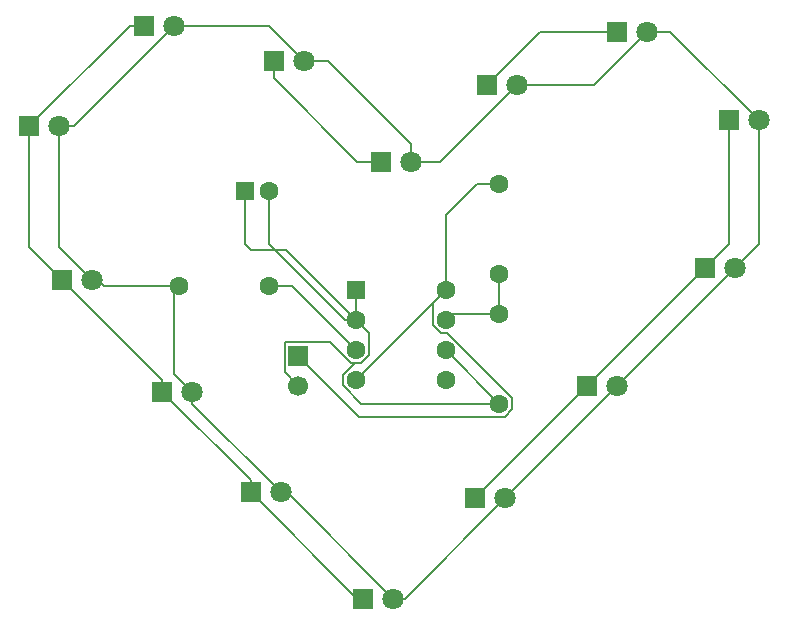
<source format=gbr>
%TF.GenerationSoftware,KiCad,Pcbnew,9.0.7*%
%TF.CreationDate,2026-02-20T23:46:02+05:30*%
%TF.ProjectId,heart-board,68656172-742d-4626-9f61-72642e6b6963,rev?*%
%TF.SameCoordinates,Original*%
%TF.FileFunction,Copper,L1,Top*%
%TF.FilePolarity,Positive*%
%FSLAX46Y46*%
G04 Gerber Fmt 4.6, Leading zero omitted, Abs format (unit mm)*
G04 Created by KiCad (PCBNEW 9.0.7) date 2026-02-20 23:46:02*
%MOMM*%
%LPD*%
G01*
G04 APERTURE LIST*
G04 Aperture macros list*
%AMRoundRect*
0 Rectangle with rounded corners*
0 $1 Rounding radius*
0 $2 $3 $4 $5 $6 $7 $8 $9 X,Y pos of 4 corners*
0 Add a 4 corners polygon primitive as box body*
4,1,4,$2,$3,$4,$5,$6,$7,$8,$9,$2,$3,0*
0 Add four circle primitives for the rounded corners*
1,1,$1+$1,$2,$3*
1,1,$1+$1,$4,$5*
1,1,$1+$1,$6,$7*
1,1,$1+$1,$8,$9*
0 Add four rect primitives between the rounded corners*
20,1,$1+$1,$2,$3,$4,$5,0*
20,1,$1+$1,$4,$5,$6,$7,0*
20,1,$1+$1,$6,$7,$8,$9,0*
20,1,$1+$1,$8,$9,$2,$3,0*%
G04 Aperture macros list end*
%TA.AperFunction,ComponentPad*%
%ADD10R,1.800000X1.800000*%
%TD*%
%TA.AperFunction,ComponentPad*%
%ADD11C,1.800000*%
%TD*%
%TA.AperFunction,ComponentPad*%
%ADD12R,1.700000X1.700000*%
%TD*%
%TA.AperFunction,ComponentPad*%
%ADD13C,1.700000*%
%TD*%
%TA.AperFunction,ComponentPad*%
%ADD14RoundRect,0.250000X-0.550000X-0.550000X0.550000X-0.550000X0.550000X0.550000X-0.550000X0.550000X0*%
%TD*%
%TA.AperFunction,ComponentPad*%
%ADD15C,1.600000*%
%TD*%
%TA.AperFunction,Conductor*%
%ADD16C,0.200000*%
%TD*%
G04 APERTURE END LIST*
D10*
%TO.P,D13,1,K*%
%TO.N,GND*%
X203960000Y-56500000D03*
D11*
%TO.P,D13,2,A*%
%TO.N,Net-(D1-A)*%
X206500000Y-56500000D03*
%TD*%
D12*
%TO.P,BT1,1,+*%
%TO.N,+9V*%
X177000000Y-83960000D03*
D13*
%TO.P,BT1,2,-*%
%TO.N,GND*%
X177000000Y-86500000D03*
%TD*%
D14*
%TO.P,C1,1*%
%TO.N,GND*%
X172500000Y-70000000D03*
D15*
%TO.P,C1,2*%
X174500000Y-70000000D03*
%TD*%
D11*
%TO.P,D14,2,A*%
%TO.N,Net-(D1-A)*%
X195500000Y-61000000D03*
D10*
%TO.P,D14,1,K*%
%TO.N,GND*%
X192960000Y-61000000D03*
%TD*%
D14*
%TO.P,U1,1,GND*%
%TO.N,GND*%
X181880000Y-78380000D03*
D15*
%TO.P,U1,2,TRIG*%
X181880000Y-80920000D03*
%TO.P,U1,3,OUT*%
%TO.N,Net-(U1-OUT)*%
X181880000Y-83460000D03*
%TO.P,U1,4,~{RST}*%
%TO.N,+9V*%
X181880000Y-86000000D03*
%TO.P,U1,5,CONT*%
%TO.N,unconnected-(U1-CONT-Pad5)*%
X189500000Y-86000000D03*
%TO.P,U1,6,THRES*%
%TO.N,GND*%
X189500000Y-83460000D03*
%TO.P,U1,7,DISCH*%
%TO.N,Net-(U1-DISCH)*%
X189500000Y-80920000D03*
%TO.P,U1,8,VCC*%
%TO.N,+9V*%
X189500000Y-78380000D03*
%TD*%
%TO.P,R3,1*%
%TO.N,Net-(D1-A)*%
X166880000Y-78000000D03*
%TO.P,R3,2*%
%TO.N,Net-(U1-OUT)*%
X174500000Y-78000000D03*
%TD*%
%TO.P,R2,1*%
%TO.N,Net-(U1-DISCH)*%
X194000000Y-80380000D03*
%TO.P,R2,2*%
%TO.N,GND*%
X194000000Y-88000000D03*
%TD*%
%TO.P,R1,1*%
%TO.N,+9V*%
X194000000Y-69380000D03*
%TO.P,R1,2*%
%TO.N,Net-(U1-DISCH)*%
X194000000Y-77000000D03*
%TD*%
D10*
%TO.P,D12,1,K*%
%TO.N,GND*%
X213460000Y-64000000D03*
D11*
%TO.P,D12,2,A*%
%TO.N,Net-(D1-A)*%
X216000000Y-64000000D03*
%TD*%
D10*
%TO.P,D11,1,K*%
%TO.N,GND*%
X211460000Y-76500000D03*
D11*
%TO.P,D11,2,A*%
%TO.N,Net-(D1-A)*%
X214000000Y-76500000D03*
%TD*%
D10*
%TO.P,D10,1,K*%
%TO.N,GND*%
X201460000Y-86500000D03*
D11*
%TO.P,D10,2,A*%
%TO.N,Net-(D1-A)*%
X204000000Y-86500000D03*
%TD*%
D10*
%TO.P,D9,1,K*%
%TO.N,GND*%
X191960000Y-96000000D03*
D11*
%TO.P,D9,2,A*%
%TO.N,Net-(D1-A)*%
X194500000Y-96000000D03*
%TD*%
D10*
%TO.P,D7,1,K*%
%TO.N,GND*%
X172960000Y-95500000D03*
D11*
%TO.P,D7,2,A*%
%TO.N,Net-(D1-A)*%
X175500000Y-95500000D03*
%TD*%
D10*
%TO.P,D6,1,K*%
%TO.N,GND*%
X165460000Y-87000000D03*
D11*
%TO.P,D6,2,A*%
%TO.N,Net-(D1-A)*%
X168000000Y-87000000D03*
%TD*%
D10*
%TO.P,D5,1,K*%
%TO.N,GND*%
X156960000Y-77500000D03*
D11*
%TO.P,D5,2,A*%
%TO.N,Net-(D1-A)*%
X159500000Y-77500000D03*
%TD*%
D10*
%TO.P,D4,1,K*%
%TO.N,GND*%
X154225000Y-64500000D03*
D11*
%TO.P,D4,2,A*%
%TO.N,Net-(D1-A)*%
X156765000Y-64500000D03*
%TD*%
D10*
%TO.P,D3,1,K*%
%TO.N,GND*%
X163960000Y-56000000D03*
D11*
%TO.P,D3,2,A*%
%TO.N,Net-(D1-A)*%
X166500000Y-56000000D03*
%TD*%
D10*
%TO.P,D2,1,K*%
%TO.N,GND*%
X174960000Y-59000000D03*
D11*
%TO.P,D2,2,A*%
%TO.N,Net-(D1-A)*%
X177500000Y-59000000D03*
%TD*%
%TO.P,D1,2,A*%
%TO.N,Net-(D1-A)*%
X186500000Y-67500000D03*
D10*
%TO.P,D1,1,K*%
%TO.N,GND*%
X183960000Y-67500000D03*
%TD*%
%TO.P,D8,1,K*%
%TO.N,GND*%
X182460000Y-104500000D03*
D11*
%TO.P,D8,2,A*%
%TO.N,Net-(D1-A)*%
X185000000Y-104500000D03*
%TD*%
D16*
%TO.N,GND*%
X211460000Y-76500000D02*
X201460000Y-86500000D01*
X182460000Y-104500000D02*
X181960000Y-104500000D01*
X181960000Y-104500000D02*
X172960000Y-95500000D01*
%TO.N,Net-(D1-A)*%
X185000000Y-104500000D02*
X186000000Y-104500000D01*
X186000000Y-104500000D02*
X194500000Y-96000000D01*
X216000000Y-64000000D02*
X208500000Y-56500000D01*
X208500000Y-56500000D02*
X206500000Y-56500000D01*
%TO.N,GND*%
X183960000Y-67500000D02*
X182000000Y-67500000D01*
X182000000Y-67500000D02*
X174960000Y-60460000D01*
X174960000Y-60460000D02*
X174960000Y-59000000D01*
X174960000Y-59000000D02*
X175460000Y-59000000D01*
%TO.N,Net-(D1-A)*%
X186500000Y-66000000D02*
X179500000Y-59000000D01*
X179500000Y-59000000D02*
X177500000Y-59000000D01*
X186500000Y-67500000D02*
X186500000Y-66000000D01*
X186500000Y-67500000D02*
X189000000Y-67500000D01*
X189000000Y-67500000D02*
X195500000Y-61000000D01*
%TO.N,GND*%
X183960000Y-67500000D02*
X183960000Y-67158471D01*
%TO.N,Net-(D1-A)*%
X166500000Y-56000000D02*
X174500000Y-56000000D01*
X174500000Y-56000000D02*
X177500000Y-59000000D01*
%TO.N,GND*%
X172500000Y-74500000D02*
X173000000Y-75000000D01*
X172500000Y-70000000D02*
X172500000Y-74500000D01*
X173000000Y-75000000D02*
X175960000Y-75000000D01*
X175960000Y-75000000D02*
X181880000Y-80920000D01*
%TO.N,Net-(D1-A)*%
X206500000Y-56500000D02*
X207000000Y-56000000D01*
X206500000Y-56500000D02*
X202000000Y-61000000D01*
X202000000Y-61000000D02*
X195500000Y-61000000D01*
%TO.N,GND*%
X213460000Y-64000000D02*
X213460000Y-74500000D01*
X213460000Y-74500000D02*
X211460000Y-76500000D01*
X154225000Y-64500000D02*
X162725000Y-56000000D01*
X162725000Y-56000000D02*
X163960000Y-56000000D01*
X156960000Y-77500000D02*
X154225000Y-74765000D01*
X154225000Y-74765000D02*
X154225000Y-64500000D01*
X165460000Y-87000000D02*
X165460000Y-86000000D01*
X165460000Y-86000000D02*
X156960000Y-77500000D01*
X172960000Y-95500000D02*
X172960000Y-94500000D01*
X172960000Y-94500000D02*
X165460000Y-87000000D01*
X201460000Y-86500000D02*
X191960000Y-96000000D01*
X181880000Y-80920000D02*
X181880000Y-78380000D01*
X177000000Y-86500000D02*
X175849000Y-85349000D01*
X181423950Y-84561000D02*
X182336050Y-84561000D01*
X182981000Y-82021000D02*
X181880000Y-80920000D01*
X175849000Y-85349000D02*
X175849000Y-82809000D01*
X175849000Y-82809000D02*
X179671950Y-82809000D01*
X179671950Y-82809000D02*
X181423950Y-84561000D01*
X182336050Y-84561000D02*
X182981000Y-83916050D01*
X182981000Y-83916050D02*
X182981000Y-82021000D01*
%TO.N,+9V*%
X177000000Y-83960000D02*
X182141000Y-89101000D01*
X182141000Y-89101000D02*
X194456050Y-89101000D01*
X194456050Y-89101000D02*
X195101000Y-88456050D01*
X188399000Y-79481000D02*
X189500000Y-78380000D01*
X195101000Y-88456050D02*
X195101000Y-87503950D01*
X195101000Y-87503950D02*
X189618050Y-82021000D01*
X189618050Y-82021000D02*
X189043950Y-82021000D01*
X188399000Y-81376050D02*
X188399000Y-79481000D01*
X189043950Y-82021000D02*
X188399000Y-81376050D01*
%TO.N,GND*%
X194000000Y-88000000D02*
X189500000Y-83500000D01*
X189500000Y-83500000D02*
X189500000Y-83460000D01*
%TO.N,Net-(U1-DISCH)*%
X194000000Y-80380000D02*
X190040000Y-80380000D01*
X190040000Y-80380000D02*
X189500000Y-80920000D01*
%TO.N,GND*%
X174500000Y-70000000D02*
X174500000Y-74500000D01*
X174500000Y-74500000D02*
X180920000Y-80920000D01*
X180920000Y-80920000D02*
X181880000Y-80920000D01*
%TO.N,+9V*%
X189500000Y-78380000D02*
X189500000Y-72000000D01*
X189500000Y-72000000D02*
X192120000Y-69380000D01*
X192120000Y-69380000D02*
X194000000Y-69380000D01*
X181880000Y-86000000D02*
X189500000Y-78380000D01*
%TO.N,Net-(U1-DISCH)*%
X194000000Y-77000000D02*
X194000000Y-80380000D01*
%TO.N,Net-(U1-OUT)*%
X174500000Y-78000000D02*
X176420000Y-78000000D01*
X176420000Y-78000000D02*
X181880000Y-83460000D01*
%TO.N,Net-(D1-A)*%
X177500000Y-59500000D02*
X177500000Y-59000000D01*
X214000000Y-76500000D02*
X216000000Y-74500000D01*
X216000000Y-74500000D02*
X216000000Y-64000000D01*
X204000000Y-86500000D02*
X214000000Y-76500000D01*
X194500000Y-96000000D02*
X204000000Y-86500000D01*
X175500000Y-95500000D02*
X176000000Y-95500000D01*
X176000000Y-95500000D02*
X185000000Y-104500000D01*
X168000000Y-87000000D02*
X168000000Y-88000000D01*
X168000000Y-88000000D02*
X175500000Y-95500000D01*
X166880000Y-78000000D02*
X166500000Y-78380000D01*
X166500000Y-78380000D02*
X166500000Y-85500000D01*
X166500000Y-85500000D02*
X168000000Y-87000000D01*
X159500000Y-77500000D02*
X160000000Y-77500000D01*
X160000000Y-77500000D02*
X160500000Y-78000000D01*
X160500000Y-78000000D02*
X166880000Y-78000000D01*
X156765000Y-64500000D02*
X156765000Y-74765000D01*
X156765000Y-74765000D02*
X159500000Y-77500000D01*
X166500000Y-56000000D02*
X158000000Y-64500000D01*
X158000000Y-64500000D02*
X156765000Y-64500000D01*
%TO.N,GND*%
X181761950Y-84561000D02*
X182336050Y-84561000D01*
X180779000Y-85543950D02*
X181761950Y-84561000D01*
X182322950Y-88000000D02*
X180779000Y-86456050D01*
X180779000Y-86456050D02*
X180779000Y-85543950D01*
X194000000Y-88000000D02*
X182322950Y-88000000D01*
X192960000Y-61000000D02*
X197460000Y-56500000D01*
X197460000Y-56500000D02*
X203960000Y-56500000D01*
%TD*%
M02*

</source>
